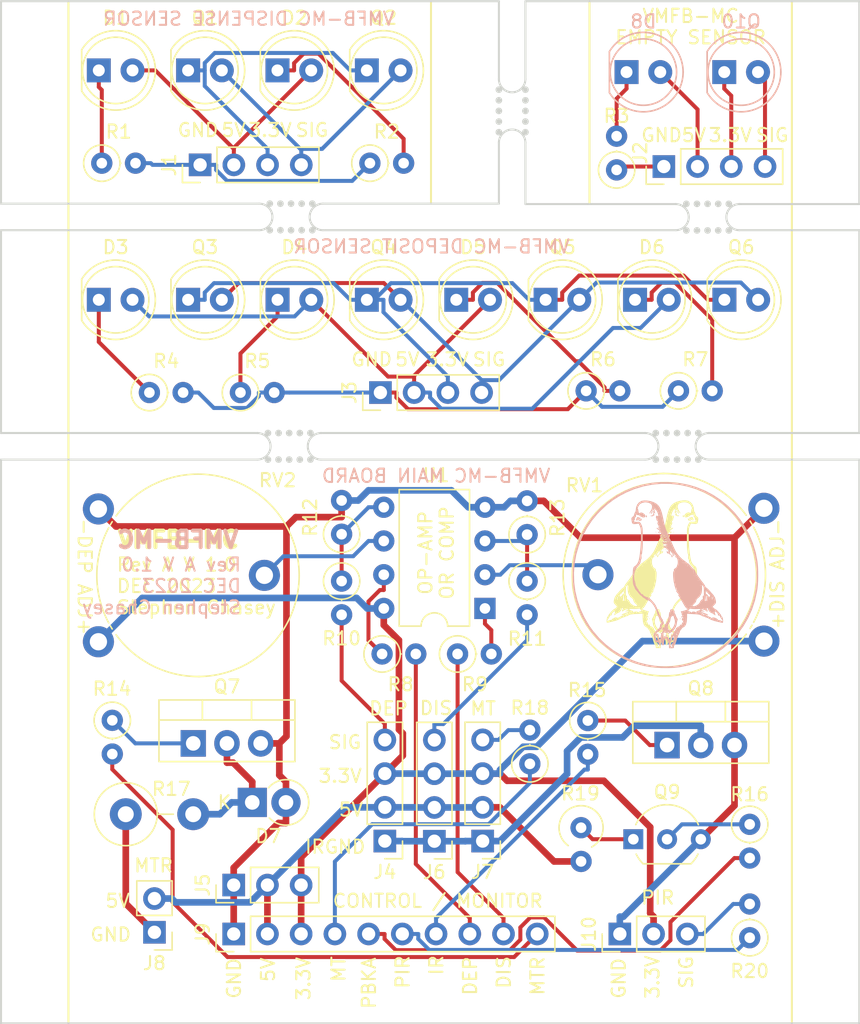
<source format=kicad_pcb>
(kicad_pcb (version 20221018) (generator pcbnew)
  (title_block (title "Vending Machine For Birds") (date "2023-12-23") (rev "1 V1.0"))
  (layers (0 "F.Cu" signal) (31 "B.Cu" signal) (34 "B.Paste" user) (35 "F.Paste" user) (36 "B.SilkS" user "B.Silkscreen") (37 "F.SilkS" user "F.Silkscreen") (38 "B.Mask" user) (39 "F.Mask" user) (44 "Edge.Cuts" user))
  (net 0 "")
  (net 1 "MOTOR GND")
  (net 2 "GND")
  (net 3 "Net-(D2-K)")
  (net 4 "Net-(D5-K)")
  (net 5 "Net-(D6-K)")
  (net 6 "MOTOR GND RES")
  (net 7 "Net-(D8-K)")
  (net 8 "+3.3V")
  (net 9 "+5V")
  (net 10 "PIR")
  (net 11 "EMPTY")
  (net 12 "PBKA")
  (net 13 "IR GND")
  (net 14 "DISPENSE SIG")
  (net 15 "DEPOSIT SIG")
  (net 16 "Net-(J7-Pin_4)")
  (net 17 "SENSOR IR")
  (net 18 "DEPOSIT")
  (net 19 "DEPOSIT ADJ")
  (net 20 "DISPENSE")
  (net 21 "DISPENSE ADJ")
  (net 22 "MOTOR")
  (net 23 "Net-(U1B-+)")
  (net 24 "Net-(U1A-+)")
  (net 25 "Net-(J10-Pin_3)")
  (net 26 "Net-(D1-K)")
  (net 27 "Net-(D1-A)")
  (net 28 "Net-(D3-K)")
  (net 29 "Net-(D3-A)")
  (net 30 "Net-(D4-K)")
  (net 31 "Net-(D8-A)")
  (net 32 "Net-(J1-Pin_1)")
  (net 33 "Net-(J1-Pin_3)")
  (net 34 "Net-(J1-Pin_4)")
  (net 35 "Net-(J2-Pin_1)")
  (net 36 "Net-(J2-Pin_3)")
  (net 37 "Net-(J2-Pin_4)")
  (net 38 "Net-(J3-Pin_1)")
  (net 39 "Net-(J3-Pin_3)")
  (net 40 "Net-(J3-Pin_4)")
  (net 41 "Net-(Q7-B)")
  (net 42 "Net-(Q8-B)")
  (net 43 "Net-(Q9-C)")
  (net 44 "Net-(Q9-B)")
  (net 45 "Net-(R8-Pad1)")
  (net 46 "Net-(R9-Pad2)")
  (footprint "Resistor_THT:R_Axial_DIN0207_L6.3mm_D2.5mm_P2.54mm_Vertical" (layer "F.Cu") (at 146.441 62.738 90)
    (fp_text reference "R3")
    (fp_text value "1K")
  )
  (footprint "Diode_THT:D_DO-41_SOD81_P2.54mm_Vertical_KathodeUp" (layer "F.Cu") (at 118.999 110.363)
    (fp_text reference "D7")
    (fp_text value "1N4001")
  )
  (footprint "Resistor_THT:R_Axial_DIN0207_L6.3mm_D2.5mm_P2.54mm_Vertical" (layer "F.Cu") (at 127.86 62.23)
    (fp_text reference "R2")
    (fp_text value "150R")
  )
  (footprint "LED_THT:LED_D5.0mm_IRGrey" (layer "F.Cu") (at 147.828 72.517)
    (fp_text reference "D6")
    (fp_text value "IR LED")
  )
  (footprint "LED_THT:LED_D5.0mm_IRGrey" (layer "F.Cu") (at 107.442 55.245)
    (fp_text reference "D1")
    (fp_text value "IR LED")
  )
  (footprint "Resistor_THT:R_Axial_DIN0309_L9.0mm_D3.2mm_P2.54mm_Vertical" (layer "F.Cu") (at 143.764 112.268 -90)
    (fp_text reference "R19")
    (fp_text value "47R")
  )
  (footprint "Resistor_THT:R_Axial_DIN0207_L6.3mm_D2.5mm_P2.54mm_Vertical" (layer "F.Cu") (at 118.11 79.502)
    (fp_text reference "R5")
    (fp_text value "150R")
  )
  (footprint "Resistor_THT:R_Axial_DIN0207_L6.3mm_D2.5mm_P2.54mm_Vertical" (layer "F.Cu") (at 156.464 112.014 -90)
    (fp_text reference "R16")
    (fp_text value "10K")
  )
  (footprint "Resistor_THT:R_Axial_DIN0207_L6.3mm_D2.5mm_P2.54mm_Vertical" (layer "F.Cu") (at 151.101 79.375)
    (fp_text reference "R7")
    (fp_text value "150R")
  )
  (footprint "Connector_PinHeader_2.54mm:PinHeader_1x04_P2.54mm_Vertical" (layer "F.Cu") (at 149.997 62.484 90)
    (fp_text reference "J2")
    (fp_text value "EMPTY")
  )
  (footprint "Connector_PinHeader_2.54mm:PinHeader_1x03_P2.54mm_Vertical" (layer "F.Cu") (at 146.685 120.269 90)
    (fp_text reference "J10")
    (fp_text value "PIR")
  )
  (footprint "Resistor_THT:R_Axial_DIN0207_L6.3mm_D2.5mm_P2.54mm_Vertical" (layer "F.Cu") (at 128.778 99.187)
    (fp_text reference "R8")
    (fp_text value "10K")
  )
  (footprint "Resistor_THT:R_Axial_DIN0207_L6.3mm_D2.5mm_P2.54mm_Vertical" (layer "F.Cu") (at 139.7 93.697 -90)
    (fp_text reference "R11")
    (fp_text value "10K")
  )
  (footprint "LED_THT:LED_D5.0mm_IRBlack" (layer "F.Cu") (at 154.559 72.517)
    (fp_text reference "Q6")
    (fp_text value "Q_Photo_NPN")
  )
  (footprint "LED_THT:LED_D5.0mm_IRGrey" (layer "F.Cu") (at 107.442 72.517)
    (fp_text reference "D3")
    (fp_text value "IR LED")
  )
  (footprint "Resistor_THT:R_Axial_DIN0207_L6.3mm_D2.5mm_P2.54mm_Vertical" (layer "F.Cu") (at 156.464 120.552 90)
    (fp_text reference "R20")
    (fp_text value "10K")
  )
  (footprint "LED_THT:LED_D5.0mm_IRBlack" (layer "F.Cu") (at 141.092 72.517)
    (fp_text reference "Q5")
    (fp_text value "Q_Photo_NPN")
  )
  (footprint "Connector_PinHeader_2.54mm:PinHeader_1x02_P2.54mm_Vertical" (layer "F.Cu") (at 111.633 120.142 180)
    (fp_text reference "J8")
    (fp_text value "MOTOR")
  )
  (footprint "Package_TO_SOT_THT:TO-220-3_Vertical" (layer "F.Cu") (at 114.554 105.918)
    (fp_text reference "Q7")
    (fp_text value "TIP120")
  )
  (footprint "Connector_PinHeader_2.54mm:PinHeader_1x04_P2.54mm_Vertical" (layer "F.Cu") (at 136.351 113.274 180)
    (fp_text reference "J7")
    (fp_text value "EMPTY")
  )
  (footprint "Resistor_THT:R_Axial_DIN0207_L6.3mm_D2.5mm_P2.54mm_Vertical" (layer "F.Cu") (at 139.907 107.461 90)
    (fp_text reference "R18")
    (fp_text value "10K")
  )
  (footprint "Potentiometer_THT:Potentiometer_Piher_PT-15-V02_Vertical" (layer "F.Cu") (at 107.413 98.2655)
    (fp_text reference "RV2")
    (fp_text value "100K")
  )
  (footprint "Resistor_THT:R_Axial_DIN0207_L6.3mm_D2.5mm_P2.54mm_Vertical" (layer "F.Cu") (at 125.73 93.697 -90)
    (fp_text reference "R10")
    (fp_text value "10K")
  )
  (footprint "LED_THT:LED_D5.0mm_IRGrey" (layer "F.Cu") (at 120.899 55.245)
    (fp_text reference "D2")
    (fp_text value "IR LED")
  )
  (footprint "LED_THT:LED_D5.0mm_IRGrey" (layer "F.Cu") (at 134.366 72.517)
    (fp_text reference "D5")
    (fp_text value "IR LED")
  )
  (footprint "Resistor_THT:R_Axial_DIN0207_L6.3mm_D2.5mm_P2.54mm_Vertical" (layer "F.Cu") (at 139.7 90.199 90)
    (fp_text reference "R13")
    (fp_text value "10K")
  )
  (footprint "VMFB:VMFB_logo_14mm" (layer "F.Cu") (at 150.0215 93.218)
    (fp_text reference "LOGO_FRONT" hide)
    (fp_text value "LOGO" hide)
  )
  (footprint "Package_DIP:DIP-8_W7.62mm" (layer "F.Cu") (at 136.525 95.758 180)
    (fp_text reference "U1")
    (fp_text value "LM393")
  )
  (footprint "Resistor_THT:R_Axial_DIN0207_L6.3mm_D2.5mm_P2.54mm_Vertical" (layer "F.Cu") (at 134.464 99.187)
    (fp_text reference "R9")
    (fp_text value "10K")
  )
  (footprint "Connector_PinHeader_2.54mm:PinHeader_1x04_P2.54mm_Vertical" (layer "F.Cu") (at 115.072 62.357 90)
    (fp_text reference "J1")
    (fp_text value "DISPENSE")
  )
  (footprint "LED_THT:LED_D5.0mm_IRBlack" (layer "F.Cu") (at 114.168 55.245)
    (fp_text reference "Q1")
    (fp_text value "Q_Photo_NPN")
  )
  (footprint "Connector_PinHeader_2.54mm:PinHeader_1x04_P2.54mm_Vertical" (layer "F.Cu") (at 128.651 79.502 90)
    (fp_text reference "J3")
    (fp_text value "DISPENSE")
  )
  (footprint "Connector_PinHeader_2.54mm:PinHeader_1x10_P2.54mm_Vertical" (layer "F.Cu") (at 117.602 120.269 90)
    (fp_text reference "J9")
    (fp_text value "Conn_01x10_Pin")
  )
  (footprint "LED_THT:LED_D5.0mm_IRBlack" (layer "F.Cu") (at 127.63 55.245)
    (fp_text reference "Q2")
    (fp_text value "Q_Photo_NPN")
  )
  (footprint "Connector_PinHeader_2.54mm:PinHeader_1x03_P2.54mm_Vertical" (layer "F.Cu") (at 117.602 116.586 90)
    (fp_text reference "J5")
    (fp_text value "Conn_01x03_Pin")
  )
  (footprint "Connector_PinHeader_2.54mm:PinHeader_1x04_P2.54mm_Vertical" (layer "F.Cu") (at 132.715 113.284 180)
    (fp_text reference "J6")
    (fp_text value "DISPENSE")
  )
  (footprint "LED_THT:LED_D5.0mm_IRBlack" (layer "F.Cu") (at 127.63 72.517)
    (fp_text reference "Q4")
    (fp_text value "Q_Photo_NPN")
  )
  (footprint "Resistor_THT:R_Axial_DIN0207_L6.3mm_D2.5mm_P2.54mm_Vertical" (layer "F.Cu") (at 125.73 90.17 90)
    (fp_text reference "R12")
    (fp_text value "10K")
  )
  (footprint "Resistor_THT:R_Axial_DIN0207_L6.3mm_D2.5mm_P2.54mm_Vertical" (layer "F.Cu") (at 144.145 79.375)
    (fp_text reference "R6")
    (fp_text value "150R")
  )
  (footprint "Package_TO_SOT_THT:TO-92_Inline_Wide" (layer "F.Cu") (at 147.701 113.136)
    (fp_text reference "Q9")
    (fp_text value "BC337")
  )
  (footprint "Potentiometer_THT:Potentiometer_Piher_PT-15-V02_Vertical" (layer "F.Cu") (at 157.534 88.218 180)
    (fp_text reference "RV1")
    (fp_text value "100K")
  )
  (footprint "Resistor_THT:R_Axial_DIN0207_L6.3mm_D2.5mm_P2.54mm_Vertical" (layer "F.Cu") (at 107.667 62.23)
    (fp_text reference "R1")
    (fp_text value "150R")
  )
  (footprint "LED_THT:LED_D5.0mm_IRBlack" (layer "F.Cu") (at 114.168 72.517)
    (fp_text reference "Q3")
    (fp_text value "Q_Photo_NPN")
  )
  (footprint "Package_TO_SOT_THT:TO-220-3_Vertical" (layer "F.Cu") (at 150.241 106.045)
    (fp_text reference "Q8")
    (fp_text value "TIP120")
  )
  (footprint "Resistor_THT:R_Axial_DIN0414_L11.9mm_D4.5mm_P5.08mm_Vertical" (layer "F.Cu") (at 109.474 111.252)
    (fp_text reference "R17")
    (fp_text value "10R")
  )
  (footprint "Connector_PinHeader_2.54mm:PinHeader_1x04_P2.54mm_Vertical" (layer "F.Cu") (at 128.985 113.274 180)
    (fp_text reference "J4")
    (fp_text value "DEPOSIT")
  )
  (footprint "Resistor_THT:R_Axial_DIN0207_L6.3mm_D2.5mm_P2.54mm_Vertical" (layer "F.Cu") (at 111.252 79.502)
    (fp_text reference "R4")
    (fp_text value "150R")
  )
  (footprint "Resistor_THT:R_Axial_DIN0207_L6.3mm_D2.5mm_P2.54mm_Vertical" (layer "F.Cu") (at 144.272 104.2005 -90)
    (fp_text reference "R15")
    (fp_text value "10K")
  )
  (footprint "LED_THT:LED_D5.0mm_IRGrey" (layer "F.Cu") (at 120.904 72.517)
    (fp_text reference "D4")
    (fp_text value "IR LED")
  )
  (footprint "Resistor_THT:R_Axial_DIN0207_L6.3mm_D2.5mm_P2.54mm_Vertical" (layer "F.Cu") (at 108.458 104.182 -90)
    (fp_text reference "R14")
    (fp_text value "10K")
  )
  (footprint "VMFB:VMFB_logo_14mm" (layer "B.Cu") (at 150.124 93.228 180)
    (fp_text reference "LOGO_BACK" hide)
    (fp_text value "LOGO" hide)
  )
  (footprint "LED_THT:LED_D5.0mm_IRGrey" (layer "B.Cu") (at 147.188 55.372)
    (fp_text reference "D8")
    (fp_text value "IR LED")
  )
  (footprint "LED_THT:LED_D5.0mm_IRBlack" (layer "B.Cu") (at 154.549 55.372)
    (fp_text reference "Q10")
    (fp_text value "Q_Photo_NPN")
  )
  (gr_line (start 132.461 50.038) (end 132.461 65.278) (stroke (width 0.15)) (layer "F.SilkS"))
  (gr_line (start 159.639 127) (end 159.639 50.038) (stroke (width 0.15)) (layer "F.SilkS"))
  (gr_line (start 144.399 50.019) (end 144.399 65.297) (stroke (width 0.15)) (layer "F.SilkS"))
  (gr_line (start 105.156 127) (end 105.156 50.038) (stroke (width 0.15)) (layer "F.SilkS"))
  (gr_line (start 100.076 82.55) (end 100.076 67.278) (stroke (width 0.15)) (layer "Edge.Cuts"))
  (gr_circle (center 137.573 57.496) (end 137.573 57.746) (fill solid) (layer "Edge.Cuts"))
  (gr_line (start 119.52001 65.278) (end 100.076 65.278) (stroke (width 0.15)) (layer "Edge.Cuts"))
  (gr_arc (start 150.889103 65.31) (mid 151.876004 66.294047) (end 150.88901 67.277999) (stroke (width 0.15001)) (layer "Edge.Cuts"))
  (gr_line (start 100.076 50.038) (end 137.573 50.038) (stroke (width 0.15)) (layer "Edge.Cuts"))
  (gr_line (start 100.076 127) (end 100.076 84.55) (stroke (width 0.15)) (layer "Edge.Cuts"))
  (gr_circle (center 149.39 82.55) (end 149.64 82.55) (fill solid) (layer "Edge.Cuts"))
  (gr_circle (center 150.98999 84.55) (end 151.23999 84.55) (fill solid) (layer "Edge.Cuts"))
  (gr_line (start 100.076 65.278) (end 100.076 50.038) (stroke (width 0.15)) (layer "Edge.Cuts"))
  (gr_circle (center 122.57999 84.55) (end 122.82999 84.55) (fill solid) (layer "Edge.Cuts"))
  (gr_line (start 124.32 67.278) (end 150.88901 67.278) (stroke (width 0.15)) (layer "Edge.Cuts"))
  (gr_circle (center 152.58999 82.55) (end 152.83999 82.55) (fill solid) (layer "Edge.Cuts"))
  (gr_circle (center 152.492 67.294) (end 152.742 67.294) (fill solid) (layer "Edge.Cuts"))
  (gr_circle (center 121.77999 82.55) (end 122.02999 82.55) (fill solid) (layer "Edge.Cuts"))
  (gr_circle (center 150.18999 82.55) (end 150.43999 82.55) (fill solid) (layer "Edge.Cuts"))
  (gr_circle (center 154.892 67.294) (end 155.142 67.294) (fill solid) (layer "Edge.Cuts"))
  (gr_line (start 164.719 84.55) (end 164.719 127) (stroke (width 0.15)) (layer "Edge.Cuts"))
  (gr_line (start 164.719 50.038) (end 164.718903 65.31) (stroke (width 0.15)) (layer "Edge.Cuts"))
  (gr_circle (center 122.57999 82.55) (end 122.82999 82.55) (fill solid) (layer "Edge.Cuts"))
  (gr_circle (center 152.492 65.294) (end 152.742 65.294) (fill solid) (layer "Edge.Cuts"))
  (gr_circle (center 149.39 84.55) (end 149.64 84.55) (fill solid) (layer "Edge.Cuts"))
  (gr_circle (center 153.292 65.294) (end 153.542 65.294) (fill solid) (layer "Edge.Cuts"))
  (gr_line (start 164.718903 65.31) (end 155.688903 65.31) (stroke (width 0.15)) (layer "Edge.Cuts"))
  (gr_circle (center 120.97999 84.55) (end 121.22999 84.55) (fill solid) (layer "Edge.Cuts"))
  (gr_arc (start 119.38 82.55) (mid 120.37999 83.55) (end 119.38 84.55) (stroke (width 0.15001)) (layer "Edge.Cuts"))
  (gr_circle (center 137.573 59.096) (end 137.573 59.346) (fill solid) (layer "Edge.Cuts"))
  (gr_line (start 139.573 65.31) (end 139.573 60.696) (stroke (width 0.15)) (layer "Edge.Cuts"))
  (gr_circle (center 137.573 59.896) (end 137.573 60.146) (fill solid) (layer "Edge.Cuts"))
  (gr_circle (center 154.892 65.294) (end 155.142 65.294) (fill solid) (layer "Edge.Cuts"))
  (gr_line (start 155.691908 67.278005) (end 164.719 67.278005) (stroke (width 0.15)) (layer "Edge.Cuts"))
  (gr_line (start 148.59 82.55) (end 124.17999 82.55) (stroke (width 0.15)) (layer "Edge.Cuts"))
  (gr_line (start 164.719 82.55) (end 153.38999 82.55) (stroke (width 0.15)) (layer "Edge.Cuts"))
  (gr_circle (center 139.573 58.296) (end 139.573 58.546) (fill solid) (layer "Edge.Cuts"))
  (gr_arc (start 119.52001 65.278) (mid 120.52 66.278) (end 119.52001 67.278) (stroke (width 0.15001)) (layer "Edge.Cuts"))
  (gr_circle (center 120.18 84.55) (end 120.43 84.55) (fill solid) (layer "Edge.Cuts"))
  (gr_line (start 139.573 50.038) (end 164.719 50.038) (stroke (width 0.15)) (layer "Edge.Cuts"))
  (gr_circle (center 153.292 67.294) (end 153.542 67.294) (fill solid) (layer "Edge.Cuts"))
  (gr_arc (start 139.573 55.89601) (mid 138.573 56.896) (end 137.573 55.89601) (stroke (width 0.15001)) (layer "Edge.Cuts"))
  (gr_circle (center 120.32001 65.278) (end 120.57001 65.278) (fill solid) (layer "Edge.Cuts"))
  (gr_circle (center 120.18 82.55) (end 120.43 82.55) (fill solid) (layer "Edge.Cuts"))
  (gr_line (start 100.076 84.55) (end 119.38 84.55) (stroke (width 0.15)) (layer "Edge.Cuts"))
  (gr_arc (start 137.573 60.696) (mid 138.573 59.696) (end 139.573 60.696) (stroke (width 0.15001)) (layer "Edge.Cuts"))
  (gr_circle (center 154.092 65.294) (end 154.342 65.294) (fill solid) (layer "Edge.Cuts"))
  (gr_circle (center 154.092 67.294) (end 154.342 67.294) (fill solid) (layer "Edge.Cuts"))
  (gr_circle (center 151.69201 65.294) (end 151.94201 65.294) (fill solid) (layer "Edge.Cuts"))
  (gr_line (start 164.719 67.278005) (end 164.719 82.55) (stroke (width 0.15)) (layer "Edge.Cuts"))
  (gr_circle (center 151.69201 67.294) (end 151.94201 67.294) (fill solid) (layer "Edge.Cuts"))
  (gr_circle (center 137.573 58.296) (end 137.573 58.546) (fill solid) (layer "Edge.Cuts"))
  (gr_circle (center 121.92 67.278) (end 122.17 67.278) (fill solid) (layer "Edge.Cuts"))
  (gr_line (start 119.38 82.55) (end 100.076 82.55) (stroke (width 0.15)) (layer "Edge.Cuts"))
  (gr_circle (center 139.573 59.896) (end 139.573 60.146) (fill solid) (layer "Edge.Cuts"))
  (gr_circle (center 139.573 56.69601) (end 139.573 56.94601) (fill solid) (layer "Edge.Cuts"))
  (gr_line (start 139.573 55.89601) (end 139.573 50.038) (stroke (width 0.15)) (layer "Edge.Cuts"))
  (gr_circle (center 151.78999 82.55) (end 152.03999 82.55) (fill solid) (layer "Edge.Cuts"))
  (gr_circle (center 137.573 56.69601) (end 137.573 56.94601) (fill solid) (layer "Edge.Cuts"))
  (gr_arc (start 124.32 67.278) (mid 123.32 66.278) (end 124.32 65.278) (stroke (width 0.15001)) (layer "Edge.Cuts"))
  (gr_circle (center 139.573 59.096) (end 139.573 59.346) (fill solid) (layer "Edge.Cuts"))
  (gr_circle (center 120.32001 67.278) (end 120.57001 67.278) (fill solid) (layer "Edge.Cuts"))
  (gr_circle (center 121.92 65.278) (end 122.17 65.278) (fill solid) (layer "Edge.Cuts"))
  (gr_circle (center 121.77999 84.55) (end 122.02999 84.55) (fill solid) (layer "Edge.Cuts"))
  (gr_circle (center 150.18999 84.55) (end 150.43999 84.55) (fill solid) (layer "Edge.Cuts"))
  (gr_arc (start 153.38999 84.55) (mid 152.38999 83.55) (end 153.38999 82.55) (stroke (width 0.15001)) (layer "Edge.Cuts"))
  (gr_circle (center 121.12 65.278) (end 121.37 65.278) (fill solid) (layer "Edge.Cuts"))
  (gr_line (start 153.38999 84.55) (end 164.719 84.55) (stroke (width 0.15)) (layer "Edge.Cuts"))
  (gr_circle (center 150.98999 82.55) (end 151.23999 82.55) (fill solid) (layer "Edge.Cuts"))
  (gr_circle (center 123.52 67.278) (end 123.77 67.278) (fill solid) (layer "Edge.Cuts"))
  (gr_line (start 164.719 127) (end 100.076 127) (stroke (width 0.15)) (layer "Edge.Cuts"))
  (gr_circle (center 152.58999 84.55) (end 152.83999 84.55) (fill solid) (layer "Edge.Cuts"))
  (gr_circle (center 121.12 67.278) (end 121.37 67.278) (fill solid) (layer "Edge.Cuts"))
  (gr_line (start 150.889103 65.31) (end 139.573 65.31) (stroke (width 0.15)) (layer "Edge.Cuts"))
  (gr_circle (center 123.37999 82.55) (end 123.62999 82.55) (fill solid) (layer "Edge.Cuts"))
  (gr_line (start 100.076 67.278) (end 119.52001 67.278) (stroke (width 0.15)) (layer "Edge.Cuts"))
  (gr_line (start 137.573 65.278) (end 137.573 60.696) (stroke (width 0.15)) (layer "Edge.Cuts"))
  (gr_line (start 137.573 50.038) (end 137.573 55.89601) (stroke (width 0.15)) (layer "Edge.Cuts"))
  (gr_circle (center 122.72 67.278) (end 122.97 67.278) (fill solid) (layer "Edge.Cuts"))
  (gr_line (start 124.32 65.278) (end 137.573 65.278) (stroke (width 0.15)) (layer "Edge.Cuts"))
  (gr_circle (center 120.97999 82.55) (end 121.22999 82.55) (fill solid) (layer "Edge.Cuts"))
  (gr_circle (center 151.78999 84.55) (end 152.03999 84.55) (fill solid) (layer "Edge.Cuts"))
  (gr_arc (start 155.691908 67.278005) (mid 154.707996 66.295503) (end 155.688903 65.31) (stroke (width 0.15001)) (layer "Edge.Cuts"))
  (gr_circle (center 139.573 57.496) (end 139.573 57.746) (fill solid) (layer "Edge.Cuts"))
  (gr_arc (start 148.59 82.55) (mid 149.58999 83.55) (end 148.59 84.55) (stroke (width 0.15001)) (layer "Edge.Cuts"))
  (gr_circle (center 122.72 65.278) (end 122.97 65.278) (fill solid) (layer "Edge.Cuts"))
  (gr_circle (center 123.37999 84.55) (end 123.62999 84.55) (fill solid) (layer "Edge.Cuts"))
  (gr_line (start 124.17999 84.55) (end 148.59 84.55) (stroke (width 0.15)) (layer "Edge.Cuts"))
  (gr_circle (center 123.52 65.278) (end 123.77 65.278) (fill solid) (layer "Edge.Cuts"))
  (gr_arc (start 124.17999 84.55) (mid 123.17999 83.55) (end 124.17999 82.55) (stroke (width 0.15001)) (layer "Edge.Cuts"))
  (gr_text "Rev A V 1.0\nDEC 2023\nStephen Chasey" (at 118.237 96.266) (layer "B.SilkS") (effects (font (size 1 1)) (justify left bottom mirror)))
  (gr_text "VMFB-MC MAIN BOARD" (at 132.842 86.36) (layer "B.SilkS") (effects (font (size 1 1)) (justify bottom mirror)))
  (gr_text "VMFB-MC DEPOSIT SENSOR" (at 143.002 69.088) (layer "B.SilkS") (effects (font (size 1 1)) (justify left bottom mirror)))
  (gr_text "VMFB-MC DISPENSE SENSOR" (at 129.794 51.943) (layer "B.SilkS") (effects (font (size 1 1)) (justify left bottom mirror)))
  (gr_text "VMFB-MC" (at 118.11 91.313) (layer "B.SilkS") (effects (font (size 1.25 1.25) (thickness 0.3) bold) (justify left bottom mirror)))
  (gr_text "MTR" (at 141.0725 124.978 90) (layer "F.SilkS") (effects (font (size 1 1)) (justify left bottom)))
  (gr_text "GND" (at 126.375 77.5965) (layer "F.SilkS") (effects (font (size 1 1)) (justify left bottom)))
  (gr_text "DEP" (at 127.715 103.876) (layer "F.SilkS") (effects (font (size 1 1)) (justify left bottom)))
  (gr_text "+DIS ADJ-" (at 159.131 97.409 90) (layer "F.SilkS") (effects (font (size 1 1)) (justify left bottom)))
  (gr_text "GND" (at 106.719 120.904) (layer "F.SilkS") (effects (font (size 1 1)) (justify left bottom)))
  (gr_text "3.3V" (at 131.963 77.5965) (layer "F.SilkS") (effects (font (size 1 1)) (justify left bottom)))
  (gr_text "-DEP ADJ+" (at 105.791 88.9 270) (layer "F.SilkS") (effects (font (size 1 1)) (justify left bottom)))
  (gr_text "IR" (at 133.4525 123.454 90) (layer "F.SilkS") (effects (font (size 1 1)) (justify left bottom)))
  (gr_text "3.3V" (at 149.7275 125.2315 90) (layer "F.SilkS") (effects (font (size 1 1)) (justify left bottom)))
  (gr_text "GND" (at 147.1875 125.2315 90) (layer "F.SilkS") (effects (font (size 1 1)) (justify left bottom)))
  (gr_text "SIG" (at 152.2675 124.4695 90) (layer "F.SilkS") (effects (font (size 1 1)) (justify left bottom)))
  (gr_text "Rev A V 1.0\nDEC 2023\nStephen Chasey" (at 108.712 96.266) (layer "F.SilkS") (effects (font (size 1 1)) (justify left bottom)))
  (gr_text "MT" (at 135.335 103.876) (layer "F.SilkS") (effects (font (size 1 1)) (justify left bottom)))
  (gr_text "5V" (at 116.596 60.325) (layer "F.SilkS") (effects (font (size 1 1)) (justify left bottom)))
  (gr_text "GND" (at 148.209 60.706) (layer "F.SilkS") (effects (font (size 1 1)) (justify left bottom)))
  (gr_text "MT" (at 126.0865 123.962 90) (layer "F.SilkS") (effects (font (size 1 1)) (justify left bottom)))
  (gr_text "PBKA" (at 128.3725 125.994 90) (layer "F.SilkS") (effects (font (size 1 1)) (justify left bottom)))
  (gr_text "5V" (at 125.429 111.496) (layer "F.SilkS") (effects (font (size 1 1)) (justify left bottom)))
  (gr_text "OP-AMP\nOR COMP" (at 134.239 91.567 90) (layer "F.SilkS") (effects (font (size 1 1)) (justify bottom)))
  (gr_text "5V" (at 151.257 60.706) (layer "F.SilkS") (effects (font (size 1 1)) (justify left bottom)))
  (gr_text "5V" (at 107.862 118.364) (layer "F.SilkS") (effects (font (size 1 1)) (justify left bottom)))
  (gr_text "5V" (at 120.777 123.962 90) (layer "F.SilkS") (effects (font (size 1 1)) (justify left bottom)))
  (gr_text "GND" (at 118.2125 125.232 90) (layer "F.SilkS") (effects (font (size 1 1)) (justify left bottom)))
  (gr_text "SIG" (at 124.667 106.416) (layer "F.SilkS") (effects (font (size 1 1)) (justify left bottom)))
  (gr_text "3.3V" (at 123.444 125.349 90) (layer "F.SilkS") (effects (font (size 1 1)) (justify left bottom)))
  (gr_text "3.3V" (at 153.289 60.706) (layer "F.SilkS") (effects (font (size 1 1)) (justify left bottom)))
  (gr_text "DIS" (at 138.5325 124.47 90) (layer "F.SilkS") (effects (font (size 1 1)) (justify left bottom)))
  (gr_text "SIG" (at 156.845 60.706) (layer "F.SilkS") (effects (font (size 1 1)) (justify left bottom)))
  (gr_text "VMFB-MC" (at 108.712 91.313) (layer "F.SilkS") (effects (font (size 1.25 1.25) (thickness 0.3) bold) (justify left bottom)))
  (gr_text "DEP" (at 135.9925 124.978 90) (layer "F.SilkS") (effects (font (size 1 1)) (justify left bottom)))
  (gr_text "IRGND" (at 122.889 114.29) (layer "F.SilkS") (effects (font (size 1 1)) (justify left bottom)))
  (gr_text "PIR" (at 148.2035 118.1195) (layer "F.SilkS") (effects (font (size 1 1)) (justify left bottom)))
  (gr_text "PIR" (at 130.9125 124.47 90) (layer "F.SilkS") (effects (font (size 1 1)) (justify left bottom)))
  (gr_text "5V" (at 129.677 77.5965) (layer "F.SilkS") (effects (font (size 1 1)) (justify left bottom)))
  (gr_text "CONTROL / MONITOR" (at 124.968 118.364) (layer "F.SilkS") (effects (font (size 1 1)) (justify left bottom)))
  (gr_text "3.3V" (at 118.628 60.325) (layer "F.SilkS") (effects (font (size 1 1)) (justify left bottom)))
  (gr_text "SIG" (at 135.519 77.5965) (layer "F.SilkS") (effects (font (size 1 1)) (justify left bottom)))
  (gr_text "VMFB-MC\nEMPTY SENSOR" (at 152.019 53.34) (layer "F.SilkS") (effects (font (size 1 1)) (justify bottom)))
  (gr_text "MTR" (at 110.021 115.697) (layer "F.SilkS") (effects (font (size 1 1)) (justify left bottom)))
  (gr_text "DIS" (at 131.525 103.847) (layer "F.SilkS") (effects (font (size 1 1)) (justify left bottom)))
  (gr_text "3.3V" (at 123.905 108.956) (layer "F.SilkS") (effects (font (size 1 1)) (justify left bottom)))
  (gr_text "GND" (at 113.294 60.325) (layer "F.SilkS") (effects (font (size 1 1)) (justify left bottom)))
  (gr_text "SIG" (at 122.184 60.325) (layer "F.SilkS") (effects (font (size 1 1)) (justify left bottom)))
  (segment (start 109.474 117.983) (end 111.633 120.142) (width 0.5) (layer "F.Cu") (net 1))
  (segment (start 109.474 111.252) (end 109.474 117.983) (width 0.5) (layer "F.Cu") (net 1))
  (segment (start 119.634 105.918) (end 121.0384 105.918) (width 0.5) (layer "F.Cu") (net 2))
  (segment (start 121.0384 108.3105) (end 121.539 108.8111) (width 0.5) (layer "F.Cu") (net 2))
  (segment (start 121.5759 89.586) (end 108.7335 89.586) (width 0.5) (layer "F.Cu") (net 2))
  (segment (start 121.5759 89.586) (end 121.5759 105.3805) (width 0.5) (layer "F.Cu") (net 2))
  (segment (start 139.7 87.659) (end 140.9519 87.659) (width 0.5) (layer "F.Cu") (net 2))
  (segment (start 155.321 90.431) (end 157.534 88.218) (width 0.5) (layer "F.Cu") (net 2))
  (segment (start 125.73 88.8819) (end 122.28 88.8819) (width 0.5) (layer "F.Cu") (net 2))
  (segment (start 121.5759 105.3805) (end 121.0384 105.918) (width 0.5) (layer "F.Cu") (net 2))
  (segment (start 121.539 110.363) (end 121.539 111.9149) (width 0.5) (layer "F.Cu") (net 2))
  (segment (start 155.321 110.596) (end 152.781 113.136) (width 0.5) (layer "F.Cu") (net 2))
  (segment (start 117.602 115.2841) (end 120.9712 111.9149) (width 0.5) (layer "F.Cu") (net 2))
  (segment (start 155.321 90.431) (end 143.7239 90.431) (width 0.5) (layer "F.Cu") (net 2))
  (segment (start 155.321 90.431) (end 155.321 106.045) (width 0.5) (layer "F.Cu") (net 2))
  (segment (start 122.28 88.8819) (end 121.5759 89.586) (width 0.5) (layer "F.Cu") (net 2))
  (segment (start 143.7239 90.431) (end 140.9519 87.659) (width 0.5) (layer "F.Cu") (net 2))
  (segment (start 125.73 87.63) (end 125.73 88.8819) (width 0.5) (layer "F.Cu") (net 2))
  (segment (start 155.321 106.045) (end 155.321 110.596) (width 0.5) (layer "F.Cu") (net 2))
  (segment (start 117.602 116.586) (end 117.602 115.2841) (width 0.5) (layer "F.Cu") (net 2))
  (segment (start 108.7335 89.586) (end 107.413 88.2655) (width 0.5) (layer "F.Cu") (net 2))
  (segment (start 120.9712 111.9149) (end 121.539 111.9149) (width 0.5) (layer "F.Cu") (net 2))
  (segment (start 117.602 120.269) (end 117.602 116.586) (width 0.5) (layer "F.Cu") (net 2))
  (segment (start 121.539 110.363) (end 121.539 108.8111) (width 0.5) (layer "F.Cu") (net 2))
  (segment (start 121.0384 105.918) (end 121.0384 108.3105) (width 0.5) (layer "F.Cu") (net 2))
  (segment (start 137.9691 88.138) (end 138.4481 87.659) (width 0.5) (layer "B.Cu") (net 2))
  (segment (start 146.685 120.269) (end 146.685 118.9671) (width 0.5) (layer "B.Cu") (net 2))
  (segment (start 125.73 87.63) (end 126.9819 87.63) (width 0.5) (layer "B.Cu") (net 2))
  (segment (start 134.0005 86.8654) (end 127.7465 86.8654) (width 0.5) (layer "B.Cu") (net 2))
  (segment (start 135.2731 88.138) (end 134.0005 86.8654) (width 0.5) (layer "B.Cu") (net 2))
  (segment (start 136.525 88.138) (end 137.9691 88.138) (width 0.5) (layer "B.Cu") (net 2))
  (segment (start 152.781 113.136) (end 146.9499 118.9671) (width 0.5) (layer "B.Cu") (net 2))
  (segment (start 139.7 87.659) (end 138.4481 87.659) (width 0.5) (layer "B.Cu") (net 2))
  (segment (start 136.525 88.138) (end 135.2731 88.138) (width 0.5) (layer "B.Cu") (net 2))
  (segment (start 127.7465 86.8654) (end 126.9819 87.63) (width 0.5) (layer "B.Cu") (net 2))
  (segment (start 146.9499 118.9671) (end 146.685 118.9671) (width 0.5) (layer "B.Cu") (net 2))
  (segment (start 122.8645 53.9837) (end 123.9879 53.9837) (width 0.3) (layer "F.Cu") (net 3))
  (segment (start 120.899 55.245) (end 122.1509 55.245) (width 0.3) (layer "F.Cu") (net 3))
  (segment (start 122.1509 54.6973) (end 122.8645 53.9837) (width 0.3) (layer "F.Cu") (net 3))
  (segment (start 123.9879 53.9837) (end 130.4 60.3958) (width 0.3) (layer "F.Cu") (net 3))
  (segment (start 122.1509 55.245) (end 122.1509 54.6973) (width 0.3) (layer "F.Cu") (net 3))
  (segment (start 130.4 60.3958) (end 130.4 62.23) (width 0.3) (layer "F.Cu") (net 3))
  (segment (start 145.5331 79.1123) (end 145.5331 79.375) (width 0.3) (layer "F.Cu") (net 4))
  (segment (start 134.366 72.517) (end 135.6179 72.517) (width 0.3) (layer "F.Cu") (net 4))
  (segment (start 143.3559 77.1498) (end 143.5706 77.1498) (width 0.3) (layer "F.Cu") (net 4))
  (segment (start 136.3395 71.2477) (end 137.4538 71.2477) (width 0.3) (layer "F.Cu") (net 4))
  (segment (start 135.6179 71.9693) (end 136.3395 71.2477) (width 0.3) (layer "F.Cu") (net 4))
  (segment (start 146.685 79.375) (end 145.5331 79.375) (width 0.3) (layer "F.Cu") (net 4))
  (segment (start 135.6179 72.517) (end 135.6179 71.9693) (width 0.3) (layer "F.Cu") (net 4))
  (segment (start 137.4538 71.2477) (end 143.3559 77.1498) (width 0.3) (layer "F.Cu") (net 4))
  (segment (start 143.5706 77.1498) (end 145.5331 79.1123) (width 0.3) (layer "F.Cu") (net 4))
  (segment (start 147.828 72.517) (end 149.0799 72.517) (width 0.3) (layer "F.Cu") (net 5))
  (segment (start 149.0799 71.9693) (end 149.8191 71.2301) (width 0.3) (layer "F.Cu") (net 5))
  (segment (start 153.641 74.0195) (end 153.641 79.375) (width 0.3) (layer "F.Cu") (net 5))
  (segment (start 150.8516 71.2301) (end 153.641 74.0195) (width 0.3) (layer "F.Cu") (net 5))
  (segment (start 149.8191 71.2301) (end 150.8516 71.2301) (width 0.3) (layer "F.Cu") (net 5))
  (segment (start 149.0799 72.517) (end 149.0799 71.9693) (width 0.3) (layer "F.Cu") (net 5))
  (segment (start 117.094 105.918) (end 117.094 107.3699) (width 0.5) (layer "F.Cu") (net 6))
  (segment (start 118.999 108.8111) (end 117.5578 107.3699) (width 0.5) (layer "F.Cu") (net 6))
  (segment (start 118.999 110.363) (end 118.999 108.8111) (width 0.5) (layer "F.Cu") (net 6))
  (segment (start 117.5578 107.3699) (end 117.094 107.3699) (width 0.5) (layer "F.Cu") (net 6))
  (segment (start 118.999 110.363) (end 117.4471 110.363) (width 0.5) (layer "B.Cu") (net 6))
  (segment (start 116.5581 111.252) (end 117.4471 110.363) (width 0.5) (layer "B.Cu") (net 6))
  (segment (start 114.554 111.252) (end 116.5581 111.252) (width 0.5) (layer "B.Cu") (net 6))
  (segment (start 146.441 57.3709) (end 146.441 60.198) (width 0.3) (layer "F.Cu") (net 7))
  (segment (start 147.188 55.372) (end 147.188 56.6239) (width 0.3) (layer "F.Cu") (net 7))
  (segment (start 147.188 56.6239) (end 146.441 57.3709) (width 0.3) (layer "F.Cu") (net 7))
  (segment (start 148.971 118.7131) (end 149.225 118.9671) (width 0.5) (layer "F.Cu") (net 8))
  (segment (start 148.971 112.2274) (end 148.971 118.7131) (width 0.5) (layer "F.Cu") (net 8))
  (segment (start 128.905 95.758) (end 128.905 97.0099) (width 0.5) (layer "F.Cu") (net 8))
  (segment (start 138.1925 108.7336) (end 145.4772 108.7336) (width 0.5) (layer "F.Cu") (net 8))
  (segment (start 137.6529 108.194) (end 138.1925 108.7336) (width 0.5) (layer "F.Cu") (net 8))
  (segment (start 130.048 104.8758) (end 130.048 98.1529) (width 0.5) (layer "F.Cu") (net 8))
  (segment (start 122.682 114.497) (end 128.985 108.194) (width 0.5) (layer "F.Cu") (net 8))
  (segment (start 130.3396 106.8394) (end 130.3396 105.1674) (width 0.5) (layer "F.Cu") (net 8))
  (segment (start 122.682 120.269) (end 122.682 116.586) (width 0.5) (layer "F.Cu") (net 8))
  (segment (start 130.048 98.1529) (end 128.905 97.0099) (width 0.5) (layer "F.Cu") (net 8))
  (segment (start 149.225 120.269) (end 149.225 118.9671) (width 0.5) (layer "F.Cu") (net 8))
  (segment (start 136.351 108.194) (end 137.6529 108.194) (width 0.5) (layer "F.Cu") (net 8))
  (segment (start 145.4772 108.7336) (end 148.971 112.2274) (width 0.5) (layer "F.Cu") (net 8))
  (segment (start 130.3396 105.1674) (end 130.048 104.8758) (width 0.5) (layer "F.Cu") (net 8))
  (segment (start 122.682 116.586) (end 122.682 114.497) (width 0.5) (layer "F.Cu") (net 8))
  (segment (start 128.985 108.194) (end 130.3396 106.8394) (width 0.5) (layer "F.Cu") (net 8))
  (segment (start 128.905 95.758) (end 127.6531 95.758) (width 0.5) (layer "B.Cu") (net 8))
  (segment (start 128.985 108.194) (end 131.4031 108.194) (width 0.5) (layer "B.Cu") (net 8))
  (segment (start 157.534 98.218) (end 148.3805 98.218) (width 0.5) (layer "B.Cu") (net 8))
  (segment (start 136.351 108.194) (end 137.6529 108.194) (width 0.5) (layer "B.Cu") (net 8))
  (segment (start 140.4256 106.1729) (end 139.4042 106.1729) (width 0.5) (layer "B.Cu") (net 8))
  (segment (start 148.3805 98.218) (end 140.4256 106.1729) (width 0.5) (layer "B.Cu") (net 8))
  (segment (start 139.4042 106.1729) (end 137.6529 107.9242) (width 0.5) (layer "B.Cu") (net 8))
  (segment (start 126.8621 94.967) (end 127.6531 95.758) (width 0.5) (layer "B.Cu") (net 8))
  (segment (start 136.351 108.194) (end 134.0269 108.194) (width 0.5) (layer "B.Cu") (net 8))
  (segment (start 132.715 108.204) (end 134.0169 108.204) (width 0.5) (layer "B.Cu") (net 8))
  (segment (start 110.7115 94.967) (end 126.8621 94.967) (width 0.5) (layer "B.Cu") (net 8))
  (segment (start 131.4031 108.194) (end 131.4131 108.204) (width 0.5) (layer "B.Cu") (net 8))
  (segment (start 107.413 98.2655) (end 110.7115 94.967) (width 0.5) (layer "B.Cu") (net 8))
  (segment (start 134.0269 108.194) (end 134.0169 108.204) (width 0.5) (layer "B.Cu") (net 8))
  (segment (start 137.6529 107.9242) (end 137.6529 108.194) (width 0.5) (layer "B.Cu") (net 8))
  (segment (start 132.715 108.204) (end 131.4131 108.204) (width 0.5) (layer "B.Cu") (net 8))
  (segment (start 136.351 110.734) (end 137.6529 110.734) (width 0.5) (layer "F.Cu") (net 9))
  (segment (start 120.142 120.269) (end 120.142 116.586) (width 0.5) (layer "F.Cu") (net 9))
  (segment (start 141.7269 114.808) (end 143.764 114.808) (width 0.5) (layer "F.Cu") (net 9))
  (segment (start 137.6529 110.734) (end 141.7269 114.808) (width 0.5) (layer "F.Cu") (net 9))
  (segment (start 111.633 117.602) (end 112.9349 117.602) (width 0.5) (layer "B.Cu") (net 9))
  (segment (start 112.9349 117.602) (end 113.2208 117.8879) (width 0.5) (layer "B.Cu") (net 9))
  (segment (start 128.985 110.734) (end 131.4031 110.734) (width 0.5) (layer "B.Cu") (net 9))
  (segment (start 135.0391 110.744) (end 135.0491 110.734) (width 0.5) (layer "B.Cu") (net 9))
  (segment (start 131.4031 110.734) (end 131.4131 110.744) (width 0.5) (layer "B.Cu") (net 9))
  (segment (start 120.142 116.586) (end 125.994 110.734) (width 0.5) (layer "B.Cu") (net 9))
  (segment (start 132.715 110.744) (end 135.0391 110.744) (width 0.5) (layer "B.Cu") (net 9))
  (segment (start 118.8401 117.8879) (end 120.142 116.586) (width 0.5) (layer "B.Cu") (net 9))
  (segment (start 113.2208 117.8879) (end 118.8401 117.8879) (width 0.5) (layer "B.Cu") (net 9))
  (segment (start 132.715 110.744) (end 131.4131 110.744) (width 0.5) (layer "B.Cu") (net 9))
  (segment (start 136.351 110.734) (end 135.0491 110.734) (width 0.5) (layer "B.Cu") (net 9))
  (segment (start 125.994 110.734) (end 128.985 110.734) (width 0.5) (layer "B.Cu") (net 9))
  (segment (start 132.3301 121.4709) (end 155.5451 121.4709) (width 0.3) (layer "B.Cu") (net 10))
  (segment (start 130.302 120.269) (end 131.5039 120.269) (width 0.3) (layer "B.Cu") (net 10))
  (segment (start 131.5039 120.269) (end 131.5039 120.6447) (width 0.3) (layer "B.Cu") (net 10))
  (segment (start 155.5451 121.4709) (end 156.464 120.552) (width 0.3) (layer "B.Cu") (net 10))
  (segment (start 131.5039 120.6447) (end 132.3301 121.4709) (width 0.3) (layer "B.Cu") (net 10))
  (segment (start 128.0341 112.004) (end 125.222 114.8161) (width 0.3) (layer "B.Cu") (net 11))
  (segment (start 139.907 108.9006) (end 136.8036 112.004) (width 0.3) (layer "B.Cu") (net 11))
  (segment (start 139.907 107.461) (end 139.907 108.9006) (width 0.3) (layer "B.Cu") (net 11))
  (segment (start 136.8036 112.004) (end 128.0341 112.004) (width 0.3) (layer "B.Cu") (net 11))
  (segment (start 125.222 114.8161) (end 125.222 120.269) (width 0.3) (layer "B.Cu") (net 11))
  (segment (start 150.495 120.7421) (end 150.495 119.3711) (width 0.3) (layer "F.Cu") (net 12))
  (segment (start 150.495 119.3711) (end 155.3121 114.554) (width 0.3) (layer "F.Cu") (net 12))
  (segment (start 127.762 120.269) (end 128.9639 120.269) (width 0.3) (layer "F.Cu") (net 12))
  (segment (start 139.9396 119.0243) (end 140.9753 119.0243) (width 0.3) (layer "F.Cu") (net 12))
  (segment (start 138.4038 121.487) (end 139.1919 120.6989) (width 0.3) (layer "F.Cu") (net 12))
  (segment (start 129.8063 121.487) (end 138.4038 121.487) (width 0.3) (layer "F.Cu") (net 12))
  (segment (start 128.9639 120.6446) (end 129.8063 121.487) (width 0.3) (layer "F.Cu") (net 12))
  (segment (start 143.4713 121.5203) (end 149.7168 121.5203) (width 0.3) (layer "F.Cu") (net 12))
  (segment (start 140.9753 119.0243) (end 143.4713 121.5203) (width 0.3) (layer "F.Cu") (net 12))
  (segment (start 139.1919 119.772) (end 139.9396 119.0243) (width 0.3) (layer "F.Cu") (net 12))
  (segment (start 149.7168 121.5203) (end 150.495 120.7421) (width 0.3) (layer "F.Cu") (net 12))
  (segment (start 128.9639 120.269) (end 128.9639 120.6446) (width 0.3) (layer "F.Cu") (net 12))
  (segment (start 139.1919 120.6989) (end 139.1919 119.772) (width 0.3) (layer "F.Cu") (net 12))
  (segment (start 156.464 114.554) (end 155.3121 114.554) (width 0.3) (layer "F.Cu") (net 12))
  (segment (start 132.1169 113.284) (end 131.4131 113.284) (width 0.5) (layer "B.Cu") (net 13))
  (segment (start 136.351 113.274) (end 137.6529 113.274) (width 0.5) (layer "B.Cu") (net 13))
  (segment (start 130.2969 113.284) (end 131.4131 113.284) (width 0.5) (layer "B.Cu") (net 13))
  (segment (start 147.7745 104.5931) (end 146.8971 105.4705) (width 0.5) (layer "B.Cu") (net 13))
  (segment (start 132.1169 113.284) (end 132.715 113.284) (width 0.5) (layer "B.Cu") (net 13))
  (segment (start 136.351 113.274) (end 135.0491 113.274) (width 0.5) (layer "B.Cu") (net 13))
  (segment (start 130.2869 113.274) (end 130.2969 113.284) (width 0.5) (layer "B.Cu") (net 13))
  (segment (start 143.7372 105.4705) (end 142.7099 106.4978) (width 0.5) (layer "B.Cu") (net 13))
  (segment (start 128.985 113.274) (end 130.2869 113.274) (width 0.5) (layer "B.Cu") (net 13))
  (segment (start 135.0391 113.284) (end 135.0491 113.274) (width 0.5) (layer "B.Cu") (net 13))
  (segment (start 152.781 106.045) (end 152.781 104.5931) (width 0.5) (layer "B.Cu") (net 13))
  (segment (start 132.715 113.284) (end 135.0391 113.284) (width 0.5) (layer "B.Cu") (net 13))
  (segment (start 142.7099 108.217) (end 137.6529 113.274) (width 0.5) (layer "B.Cu") (net 13))
  (segment (start 146.8971 105.4705) (end 143.7372 105.4705) (width 0.5) (layer "B.Cu") (net 13))
  (segment (start 152.781 104.5931) (end 147.7745 104.5931) (width 0.5) (layer "B.Cu") (net 13))
  (segment (start 142.7099 106.4978) (end 142.7099 108.217) (width 0.5) (layer "B.Cu") (net 13))
  (segment (start 139.7 96.237) (end 139.7 98.1511) (width 0.3) (layer "B.Cu") (net 14))
  (segment (start 132.715 105.664) (end 132.715 104.4621) (width 0.3) (layer "B.Cu") (net 14))
  (segment (start 133.389 104.4621) (end 132.715 104.4621) (width 0.3) (layer "B.Cu") (net 14))
  (segment (start 139.7 98.1511) (end 133.389 104.4621) (width 0.3) (layer "B.Cu") (net 14))
  (segment (start 128.985 105.654) (end 128.985 104.4521) (width 0.3) (layer "F.Cu") (net 15))
  (segment (start 128.985 104.4521) (end 125.73 101.1971) (width 0.3) (layer "F.Cu") (net 15))
  (segment (start 125.73 101.1971) (end 125.73 96.237) (width 0.3) (layer "F.Cu") (net 15))
  (segment (start 136.351 105.654) (end 137.5529 105.654) (width 0.3) (layer "B.Cu") (net 16))
  (segment (start 137.5529 105.654) (end 138.2859 104.921) (width 0.3) (layer "B.Cu") (net 16))
  (segment (start 138.2859 104.921) (end 139.907 104.921) (width 0.3) (layer "B.Cu") (net 16))
  (segment (start 144.272 106.7405) (end 144.272 107.8924) (width 0.3) (layer "B.Cu") (net 17))
  (segment (start 132.842 120.269) (end 132.842 119.0671) (width 0.3) (layer "B.Cu") (net 17))
  (segment (start 132.842 119.0671) (end 144.0167 107.8924) (width 0.3) (layer "B.Cu") (net 17))
  (segment (start 144.0167 107.8924) (end 144.272 107.8924) (width 0.3) (layer "B.Cu") (net 17))
  (segment (start 135.382 119.0671) (end 131.318 115.0031) (width 0.3) (layer "F.Cu") (net 18))
  (segment (start 135.382 120.269) (end 135.382 119.0671) (width 0.3) (layer "F.Cu") (net 18))
  (segment (start 131.318 115.0031) (end 131.318 99.187) (width 0.3) (layer "F.Cu") (net 18))
  (segment (start 127.7531 90.678) (end 126.6012 91.8299) (width 0.3) (layer "B.Cu") (net 19))
  (segment (start 126.6012 91.8299) (end 121.3486 91.8299) (width 0.3) (layer "B.Cu") (net 19))
  (segment (start 128.905 90.678) (end 127.7531 90.678) (width 0.3) (layer "B.Cu") (net 19))
  (segment (start 121.3486 91.8299) (end 119.913 93.2655) (width 0.3) (layer "B.Cu") (net 19))
  (segment (start 134.464 115.6091) (end 134.464 99.187) (width 0.3) (layer "F.Cu") (net 20))
  (segment (start 137.922 120.269) (end 137.922 119.0671) (width 0.3) (layer "F.Cu") (net 20))
  (segment (start 137.922 119.0671) (end 134.464 115.6091) (width 0.3) (layer "F.Cu") (net 20))
  (segment (start 136.525 93.218) (end 137.6769 93.218) (width 0.3) (layer "B.Cu") (net 21))
  (segment (start 144.3196 92.5036) (end 138.3913 92.5036) (width 0.3) (layer "B.Cu") (net 21))
  (segment (start 138.3913 92.5036) (end 137.6769 93.218) (width 0.3) (layer "B.Cu") (net 21))
  (segment (start 145.034 93.218) (end 144.3196 92.5036) (width 0.3) (layer "B.Cu") (net 21))
  (segment (start 108.458 106.722) (end 108.458 107.8739) (width 0.3) (layer "F.Cu") (net 22))
  (segment (start 117.1353 122.0065) (end 138.7245 122.0065) (width 0.3) (layer "F.Cu") (net 22))
  (segment (start 138.7245 122.0065) (end 140.462 120.269) (width 0.3) (layer "F.Cu") (net 22))
  (segment (start 113.0037 117.8749) (end 117.1353 122.0065) (width 0.3) (layer "F.Cu") (net 22))
  (segment (start 113.0037 112.4196) (end 113.0037 117.8749) (width 0.3) (layer "F.Cu") (net 22))
  (segment (start 108.458 107.8739) (end 113.0037 112.4196) (width 0.3) (layer "F.Cu") (net 22))
  (segment (start 125.73 90.17) (end 125.73 93.697) (width 0.3) (layer "F.Cu") (net 23))
  (segment (start 127.7531 88.1469) (end 125.73 90.17) (width 0.3) (layer "B.Cu") (net 23))
  (segment (start 127.7531 88.138) (end 127.7531 88.1469) (width 0.3) (layer "B.Cu") (net 23))
  (segment (start 128.905 88.138) (end 127.7531 88.138) (width 0.3) (layer "B.Cu") (net 23))
  (segment (start 139.7 90.199) (end 139.7 93.697) (width 0.3) (layer "F.Cu") (net 24))
  (segment (start 136.525 90.678) (end 139.221 90.678) (width 0.3) (layer "B.Cu") (net 24))
  (segment (start 139.221 90.678) (end 139.7 90.199) (width 0.3) (layer "B.Cu") (net 24))
  (segment (start 152.9669 120.269) (end 155.2239 118.012) (width 0.3) (layer "B.Cu") (net 25))
  (segment (start 155.2239 118.012) (end 156.464 118.012) (width 0.3) (layer "B.Cu") (net 25))
  (segment (start 151.765 120.269) (end 152.9669 120.269) (width 0.3) (layer "B.Cu") (net 25))
  (segment (start 107.442 55.245) (end 107.442 56.4969) (width 0.3) (layer "F.Cu") (net 26))
  (segment (start 107.442 56.4969) (end 107.667 56.7219) (width 0.3) (layer "F.Cu") (net 26))
  (segment (start 107.667 56.7219) (end 107.667 62.23) (width 0.3) (layer "F.Cu") (net 26))
  (segment (start 117.612 61.281) (end 117.612 61.1568) (width 0.3) (layer "F.Cu") (net 27))
  (segment (start 117.5696 61.1144) (end 111.7002 55.245) (width 0.3) (layer "F.Cu") (net 27))
  (segment (start 117.612 62.357) (end 117.612 61.281) (width 0.3) (layer "F.Cu") (net 27))
  (segment (start 111.7002 55.245) (end 109.982 55.245) (width 0.3) (layer "F.Cu") (net 27))
  (segment (start 117.612 61.1568) (end 117.5696 61.1144) (width 0.3) (layer "F.Cu") (net 27))
  (segment (start 117.5696 61.1144) (end 123.439 55.245) (width 0.3) (layer "F.Cu") (net 27))
  (segment (start 107.442 72.517) (end 107.442 75.692) (width 0.3) (layer "F.Cu") (net 28))
  (segment (start 107.442 75.692) (end 111.252 79.502) (width 0.3) (layer "F.Cu") (net 28))
  (segment (start 131.191 79.502) (end 131.191 78.3001) (width 0.3) (layer "F.Cu") (net 29))
  (segment (start 131.191 78.232) (end 136.906 72.517) (width 0.3) (layer "F.Cu") (net 29))
  (segment (start 131.191 78.3001) (end 131.191 78.232) (width 0.3) (layer "F.Cu") (net 29))
  (segment (start 123.444 72.517) (end 129.2271 78.3001) (width 0.3) (layer "F.Cu") (net 29))
  (segment (start 129.2271 78.3001) (end 131.191 78.3001) (width 0.3) (layer "F.Cu") (net 29))
  (segment (start 111.2354 73.7704) (end 109.982 72.517) (width 0.3) (layer "B.Cu") (net 29))
  (segment (start 132.3929 79.8776) (end 133.2337 80.7184) (width 0.3) (layer "B.Cu") (net 29))
  (segment (start 123.444 72.517) (end 122.1906 73.7704) (width 0.3) (layer "B.Cu") (net 29))
  (segment (start 122.1906 73.7704) (end 111.2354 73.7704) (width 0.3) (layer "B.Cu") (net 29))
  (segment (start 132.3929 79.502) (end 132.3929 79.8776) (width 0.3) (layer "B.Cu") (net 29))
  (segment (start 131.191 79.502) (end 132.3929 79.502) (width 0.3) (layer "B.Cu") (net 29))
  (segment (start 146.172 74.6372) (end 148.2478 74.6372) (width 0.3) (layer "B.Cu") (net 29))
  (segment (start 148.2478 74.6372) (end 150.368 72.517) (width 0.3) (layer "B.Cu") (net 29))
  (segment (start 140.0908 80.7184) (end 146.172 74.6372) (width 0.3) (layer "B.Cu") (net 29))
  (segment (start 133.2337 80.7184) (end 140.0908 80.7184) (width 0.3) (layer "B.Cu") (net 29))
  (segment (start 118.11 76.5629) (end 118.11 79.502) (width 0.3) (layer "F.Cu") (net 30))
  (segment (start 120.904 72.517) (end 120.904 73.7689) (width 0.3) (layer "F.Cu") (net 30))
  (segment (start 120.904 73.7689) (end 118.11 76.5629) (width 0.3) (layer "F.Cu") (net 30))
  (segment (start 152.537 58.181) (end 152.537 62.484) (width 0.3) (layer "F.Cu") (net 31))
  (segment (start 149.728 55.372) (end 152.537 58.181) (width 0.3) (layer "F.Cu") (net 31))
  (segment (start 111.4859 62.357) (end 115.072 62.357) (width 0.3) (layer "B.Cu") (net 32))
  (segment (start 111.3589 62.23) (end 111.4859 62.357) (width 0.3) (layer "B.Cu") (net 32))
  (segment (start 115.072 62.357) (end 116.2739 62.357) (width 0.3) (layer "B.Cu") (net 32))
  (segment (start 116.2739 62.357) (end 116.2739 62.7326) (width 0.3) (layer "B.Cu") (net 32))
  (segment (start 117.1061 63.5648) (end 126.5252 63.5648) (width 0.3) (layer "B.Cu") (net 32))
  (segment (start 110.207 62.23) (end 111.3589 62.23) (width 0.3) (layer "B.Cu") (net 32))
  (segment (start 126.5252 63.5648) (end 127.86 62.23) (width 0.3) (layer "B.Cu") (net 32))
  (segment (start 116.2739 62.7326) (end 117.1061 63.5648) (width 0.3) (layer "B.Cu") (net 32))
  (segment (start 114.168 55.245) (end 115.4199 55.245) (width 0.3) (layer "B.Cu") (net 33))
  (segment (start 115.4199 56.423) (end 115.4199 55.245) (width 0.3) (layer "B.Cu") (net 33))
  (segment (start 127.63 55.245) (end 126.3781 55.245) (width 0.3) (layer "B.Cu") (net 33))
  (segment (start 116.171 53.9329) (end 115.4199 54.684) (width 0.3) (layer "B.Cu") (net 33))
  (segment (start 120.152 62.357) (end 120.152 61.1551) (width 0.3) (layer "B.Cu") (net 33))
  (segment (start 125.066 53.9329) (end 116.171 53.9329) (width 0.3) (layer "B.Cu") (net 33))
  (segment (start 120.152 61.1551) (end 115.4199 56.423) (width 0.3) (layer "B.Cu") (net 33))
  (segment (start 115.4199 54.684) (end 115.4199 55.245) (width 0.3) (layer "B.Cu") (net 33))
  (segment (start 126.3781 55.245) (end 125.066 53.9329) (width 0.3) (layer "B.Cu") (net 33))
  (segment (start 124.2599 61.1551) (end 122.692 61.1551) (width 0.3) (layer "B.Cu") (net 34))
  (segment (start 130.17 55.245) (end 124.2599 61.1551) (width 0.3) (layer "B.Cu") (net 34))
  (segment (start 122.692 62.357) (end 122.692 61.1551) (width 0.3) (layer "B.Cu") (net 34))
  (segment (start 122.6181 61.1551) (end 116.708 55.245) (width 0.3) (layer "B.Cu") (net 34))
  (segment (start 122.692 61.1551) (end 122.6181 61.1551) (width 0.3) (layer "B.Cu") (net 34))
  (segment (start 146.695 62.484) (end 146.441 62.738) (width 0.3) (layer "F.Cu") (net 35))
  (segment (start 149.997 62.484) (end 146.695 62.484) (width 0.3) (layer "F.Cu") (net 35))
  (segment (start 154.549 56.6239) (end 155.077 57.1519) (width 0.3) (layer "F.Cu") (net 36))
  (segment (start 154.549 55.372) (end 154.549 56.6239) (width 0.3) (layer "F.Cu") (net 36))
  (segment (start 155.077 57.1519) (end 155.077 62.484) (width 0.3) (layer "F.Cu") (net 36))
  (segment (start 157.617 55.9) (end 157.617 62.484) (width 0.3) (layer "F.Cu") (net 37))
  (segment (start 157.089 55.372) (end 157.617 55.9) (width 0.3) (layer "F.Cu") (net 37))
  (segment (start 130.7303 80.755) (end 142.765 80.755) (width 0.3) (layer "F.Cu") (net 38))
  (segment (start 142.765 80.755) (end 144.145 79.375) (width 0.3) (layer "F.Cu") (net 38))
  (segment (start 128.651 79.502) (end 129.8529 79.502) (width 0.3) (layer "F.Cu") (net 38))
  (segment (start 129.8529 79.8776) (end 130.7303 80.755) (width 0.3) (layer "F.Cu") (net 38))
  (segment (start 129.8529 79.502) (end 129.8529 79.8776) (width 0.3) (layer "F.Cu") (net 38))
  (segment (start 116.1063 80.6644) (end 118.6042 80.6644) (width 0.3) (layer "B.Cu") (net 38))
  (segment (start 113.792 79.502) (end 114.9439 79.502) (width 0.3) (layer "B.Cu") (net 38))
  (segment (start 120.65 79.502) (end 119.4981 79.502) (width 0.3) (layer "B.Cu") (net 38))
  (segment (start 118.6042 80.6644) (end 119.4981 79.7705) (width 0.3) (layer "B.Cu") (net 38))
  (segment (start 121.8019 79.502) (end 128.651 79.502) (width 0.3) (layer "B.Cu") (net 38))
  (segment (start 149.9009 80.5751) (end 151.101 79.375) (width 0.3) (layer "B.Cu") (net 38))
  (segment (start 114.9439 79.502) (end 116.1063 80.6644) (width 0.3) (layer "B.Cu") (net 38))
  (segment (start 120.65 79.502) (end 121.8019 79.502) (width 0.3) (layer "B.Cu") (net 38))
  (segment (start 145.3451 80.5751) (end 149.9009 80.5751) (width 0.3) (layer "B.Cu") (net 38))
  (segment (start 144.145 79.375) (end 145.3451 80.5751) (width 0.3) (layer "B.Cu") (net 38))
  (segment (start 119.4981 79.7705) (end 119.4981 79.502) (width 0.3) (layer "B.Cu") (net 38))
  (segment (start 154.559 72.517) (end 153.3071 72.517) (width 0.3) (layer "F.Cu") (net 39))
  (segment (start 151.4843 70.6942) (end 153.3071 72.517) (width 0.3) (layer "F.Cu") (net 39))
  (segment (start 143.619 70.6942) (end 151.4843 70.6942) (width 0.3) (layer "F.Cu") (net 39))
  (segment (start 141.092 72.517) (end 142.3439 72.517) (width 0.3) (layer "F.Cu") (net 39))
  (segment (start 142.3439 72.517) (end 142.3439 71.9693) (width 0.3) (layer "F.Cu") (net 39))
  (segment (start 142.3439 71.9693) (end 143.619 70.6942) (width 0.3) (layer "F.Cu") (net 39))
  (segment (start 115.4199 72.517) (end 115.4199 71.9693) (width 0.3) (layer "B.Cu") (net 39))
  (segment (start 116.1241 71.2651) (end 125.1262 71.2651) (width 0.3) (layer "B.Cu") (net 39))
  (segment (start 141.092 72.517) (end 139.8401 72.517) (width 0.3) (layer "B.Cu") (net 39))
  (segment (start 127.63 72.517) (end 126.3781 72.517) (width 0.3) (layer "B.Cu") (net 39))
  (segment (start 133.731 78.3001) (end 128.8819 73.451) (width 0.3) (layer "B.Cu") (net 39))
  (segment (start 128.8819 73.451) (end 128.8819 72.517) (width 0.3) (layer "B.Cu") (net 39))
  (segment (start 125.1262 71.2651) (end 126.3781 72.517) (width 0.3) (layer "B.Cu") (net 39))
  (segment (start 115.4199 71.9693) (end 116.1241 71.2651) (width 0.3) (layer "B.Cu") (net 39))
  (segment (start 128.1929 72.517) (end 129.4448 71.2651) (width 0.3) (layer "B.Cu") (net 39))
  (segment (start 127.63 72.517) (end 128.1929 72.517) (width 0.3) (layer "B.Cu") (net 39))
  (segment (start 114.168 72.517) (end 115.4199 72.517) (width 0.3) (layer "B.Cu") (net 39))
  (segment (start 133.731 79.502) (end 133.731 78.3001) (width 0.3) (layer "B.Cu") (net 39))
  (segment (start 128.1929 72.517) (end 128.8819 72.517) (width 0.3) (layer "B.Cu") (net 39))
  (segment (start 138.5882 71.2651) (end 139.8401 72.517) (width 0.3) (layer "B.Cu") (net 39))
  (segment (start 129.4448 71.2651) (end 138.5882 71.2651) (width 0.3) (layer "B.Cu") (net 39))
  (segment (start 128.9089 71.2559) (end 117.9691 71.2559) (width 0.3) (layer "F.Cu") (net 40))
  (segment (start 117.9691 71.2559) (end 116.708 72.517) (width 0.3) (layer "F.Cu") (net 40))
  (segment (start 130.17 72.517) (end 128.9089 71.2559) (width 0.3) (layer "F.Cu") (net 40))
  (segment (start 136.271 78.5675) (end 130.2205 72.517) (width 0.3) (layer "B.Cu") (net 40))
  (segment (start 155.7984 71.2164) (end 157.099 72.517) (width 0.3) (layer "B.Cu") (net 40))
  (segment (start 137.5815 78.5675) (end 143.632 72.517) (width 0.3) (layer "B.Cu") (net 40))
  (segment (start 130.2205 72.517) (end 130.17 72.517) (width 0.3) (layer "B.Cu") (net 40))
  (segment (start 136.271 79.502) (end 136.271 78.5675) (width 0.3) (layer "B.Cu") (net 40))
  (segment (start 144.9326 71.2164) (end 155.7984 71.2164) (width 0.3) (layer "B.Cu") (net 40))
  (segment (start 136.271 78.5675) (end 137.5815 78.5675) (width 0.3) (layer "B.Cu") (net 40))
  (segment (start 143.632 72.517) (end 144.9326 71.2164) (width 0.3) (layer "B.Cu") (net 40))
  (segment (start 114.554 105.918) (end 110.194 105.918) (width 0.3) (layer "B.Cu") (net 41))
  (segment (start 110.194 105.918) (end 108.458 104.182) (width 0.3) (layer "B.Cu") (net 41))
  (segment (start 148.9366 106.045) (end 147.0921 104.2005) (width 0.3) (layer "F.Cu") (net 42))
  (segment (start 150.241 106.045) (end 148.9366 106.045) (width 0.3) (layer "F.Cu") (net 42))
  (segment (start 147.0921 104.2005) (end 144.272 104.2005) (width 0.3) (layer "F.Cu") (net 42))
  (segment (start 144.632 113.136) (end 143.764 112.268) (width 0.3) (layer "F.Cu") (net 43))
  (segment (start 147.701 113.136) (end 144.632 113.136) (width 0.3) (layer "F.Cu") (net 43))
  (segment (start 151.363 112.014) (end 156.464 112.014) (width 0.3) (layer "B.Cu") (net 44))
  (segment (start 150.241 113.136) (end 151.363 112.014) (width 0.3) (layer "B.Cu") (net 44))
  (segment (start 128.617 94.3699) (end 127.7521 95.2348) (width 0.3) (layer "F.Cu") (net 45))
  (segment (start 128.905 94.3699) (end 128.617 94.3699) (width 0.3) (layer "F.Cu") (net 45))
  (segment (start 127.7521 95.2348) (end 127.7521 98.1611) (width 0.3) (layer "F.Cu") (net 45))
  (segment (start 127.7521 98.1611) (end 128.778 99.187) (width 0.3) (layer "F.Cu") (net 45))
  (segment (start 128.905 93.218) (end 128.905 94.3699) (width 0.3) (layer "F.Cu") (net 45))
  (segment (start 136.525 96.9099) (end 137.004 97.3889) (width 0.3) (layer "F.Cu") (net 46))
  (segment (start 137.004 97.3889) (end 137.004 99.187) (width 0.3) (layer "F.Cu") (net 46))
  (segment (start 136.525 95.758) (end 136.525 96.9099) (width 0.3) (layer "F.Cu") (net 46))
)
</source>
